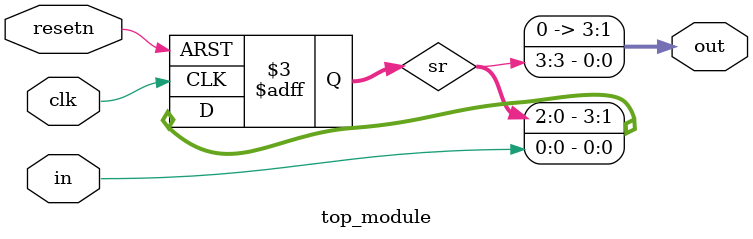
<source format=sv>
module top_module (
    input clk,
    input resetn,
    input in,
    output reg [3:0] out
);
    reg [3:0] sr;

    always @(posedge clk or negedge resetn) begin
        if (!resetn)
            sr <= 4'b0;
        else
            sr <= {sr[2:0], in};
    end

    assign out = sr[3];

endmodule

</source>
